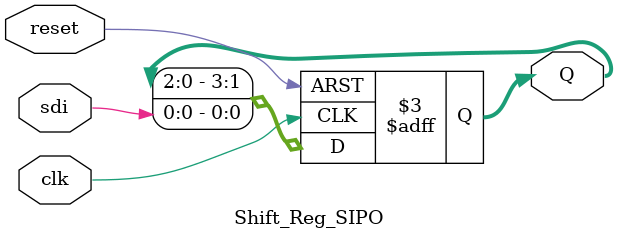
<source format=v>
module Shift_Reg_SIPO(
		input clk ,
		input sdi ,
		input reset ,
		output reg [3:0] Q
	);

	always @(posedge clk or negedge reset) begin
		if(!reset)
			Q <= 4'b0000 ;
		else
			Q[3:0] <= { Q[2:0], sdi} ;
	end

endmodule
</source>
